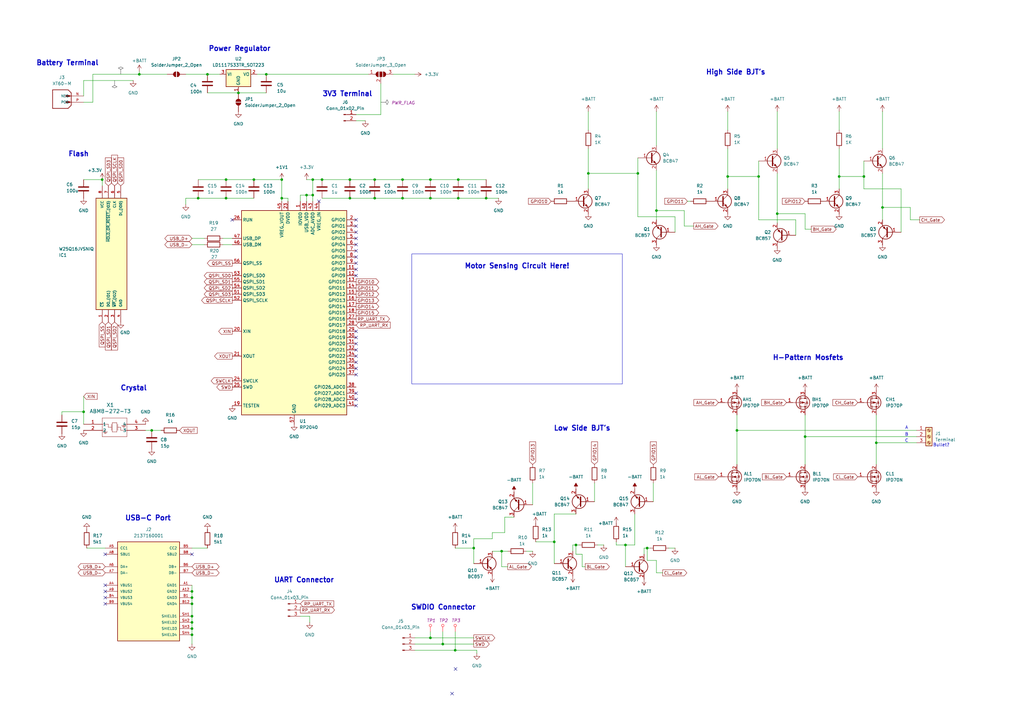
<source format=kicad_sch>
(kicad_sch (version 20231120) (generator "eeschema") (generator_version "8.0")
  (paper "A3")
  (title_block (title "SPROGEE_3_G2_ESC") (rev "0.1") (company "SDU"))
  (junction (at 115.57 73.66))
  (junction (at 269.24 86.36))
  (junction (at 132.08 73.66))
  (junction (at 205.74 226.06))
  (junction (at 62.23 176.53))
  (junction (at 181.61 264.16))
  (junction (at 236.22 223.52))
  (junction (at 165.1 81.28))
  (junction (at 199.39 81.28))
  (junction (at 354.33 72.39))
  (junction (at 78.74 255.27))
  (junction (at 165.1 73.66))
  (junction (at 57.15 30.48))
  (junction (at 194.31 224.79))
  (junction (at 81.28 81.28))
  (junction (at 153.67 73.66))
  (junction (at 109.22 30.48))
  (junction (at 92.71 81.28))
  (junction (at 344.17 72.39))
  (junction (at 115.57 81.28))
  (junction (at 227.33 222.25))
  (junction (at 34.29 168.91))
  (junction (at 187.96 73.66))
  (junction (at 78.74 260.35))
  (junction (at 143.51 73.66))
  (junction (at 265.43 224.79))
  (junction (at 298.45 72.39))
  (junction (at 261.62 71.12))
  (junction (at 311.15 72.39))
  (junction (at 241.3 71.12))
  (junction (at 176.53 73.66))
  (junction (at 97.79 38.1))
  (junction (at 92.71 73.66))
  (junction (at 256.54 223.52))
  (junction (at 359.41 181.61))
  (junction (at 128.27 73.66))
  (junction (at 330.2 179.07))
  (junction (at 104.14 73.66))
  (junction (at 78.74 257.81))
  (junction (at 187.96 81.28))
  (junction (at 153.67 81.28))
  (junction (at 41.91 73.66))
  (junction (at 176.53 261.62))
  (junction (at 186.69 266.7))
  (junction (at 78.74 245.11))
  (junction (at 143.51 81.28))
  (junction (at 78.74 247.65))
  (junction (at 302.26 176.53))
  (junction (at 85.09 30.48))
  (junction (at 78.74 252.73))
  (junction (at 176.53 81.28))
  (junction (at 78.74 242.57))
  (junction (at 128.27 80.01))
  (junction (at 125.73 80.01))
  (junction (at 361.95 85.09))
  (junction (at 318.77 87.63))
  (no_connect (at 146.05 95.25))
  (no_connect (at 43.18 247.65))
  (no_connect (at 43.18 240.03))
  (no_connect (at 43.18 227.33))
  (no_connect (at 146.05 140.97))
  (no_connect (at 146.05 166.37))
  (no_connect (at 146.05 151.13))
  (no_connect (at 146.05 146.05))
  (no_connect (at 146.05 100.33))
  (no_connect (at 130.81 82.55))
  (no_connect (at 146.05 135.89))
  (no_connect (at 43.18 245.11))
  (no_connect (at 146.05 153.67))
  (no_connect (at 78.74 227.33))
  (no_connect (at 146.05 105.41))
  (no_connect (at 43.18 242.57))
  (no_connect (at 146.05 102.87))
  (no_connect (at 146.05 113.03))
  (no_connect (at 186.8471 274.3812))
  (no_connect (at 146.05 110.49))
  (no_connect (at 146.05 90.17))
  (no_connect (at 146.05 148.59))
  (no_connect (at 146.05 163.83))
  (no_connect (at 95.25 90.17))
  (no_connect (at 146.05 143.51))
  (no_connect (at 185.42 284.48))
  (no_connect (at 146.05 161.29))
  (no_connect (at 146.05 92.71))
  (no_connect (at 146.05 107.95))
  (no_connect (at 146.05 97.79))
  (no_connect (at 146.05 138.43))
  (wire (pts (xy 76.2 81.28) (xy 81.28 81.28)))
  (wire (pts (xy 78.74 260.35) (xy 78.74 264.16)))
  (wire (pts (xy 115.57 73.66) (xy 115.57 81.28)))
  (wire (pts (xy 361.95 85.09) (xy 373.38 85.09)))
  (wire (pts (xy 143.51 81.28) (xy 153.67 81.28)))
  (wire (pts (xy 207.01 212.09) (xy 210.82 212.09)))
  (wire (pts (xy 234.95 223.52) (xy 234.95 226.06)))
  (wire (pts (xy 241.3 60.96) (xy 241.3 71.12)))
  (wire (pts (xy 170.18 266.7) (xy 186.69 266.7)))
  (wire (pts (xy 91.44 97.79) (xy 95.25 97.79)))
  (wire (pts (xy 318.77 87.63) (xy 318.77 91.44)))
  (wire (pts (xy 369.57 77.47) (xy 354.33 77.47)))
  (wire (pts (xy 264.16 224.79) (xy 265.43 224.79)))
  (wire (pts (xy 186.69 259.08) (xy 186.69 266.7)))
  (wire (pts (xy 241.3 71.12) (xy 241.3 77.47)))
  (wire (pts (xy 201.93 218.44) (xy 201.93 220.98)))
  (wire (pts (xy 267.97 198.12) (xy 267.97 205.74)))
  (wire (pts (xy 123.19 252.73) (xy 127 252.73)))
  (wire (pts (xy 78.74 255.27) (xy 78.74 257.81)))
  (wire (pts (xy 298.45 72.39) (xy 311.15 72.39)))
  (wire (pts (xy 205.74 226.06) (xy 205.74 232.41)))
  (wire (pts (xy 165.1 73.66) (xy 176.53 73.66)))
  (wire (pts (xy 236.22 227.33) (xy 238.76 227.33)))
  (wire (pts (xy 375.92 181.61) (xy 359.41 181.61)))
  (wire (pts (xy 201.93 218.44) (xy 207.01 218.44)))
  (wire (pts (xy 276.86 95.25) (xy 276.86 88.9)))
  (wire (pts (xy 302.26 176.53) (xy 302.26 190.5)))
  (wire (pts (xy 78.74 242.57) (xy 78.74 245.11)))
  (wire (pts (xy 245.11 223.52) (xy 247.65 223.52)))
  (wire (pts (xy 330.2 93.98) (xy 332.74 93.98)))
  (wire (pts (xy 78.74 245.11) (xy 78.74 247.65)))
  (wire (pts (xy 123.19 80.01) (xy 125.73 80.01)))
  (wire (pts (xy 195.58 266.7) (xy 195.58 267.97)))
  (wire (pts (xy 170.18 264.16) (xy 181.61 264.16)))
  (wire (pts (xy 57.15 30.48) (xy 68.58 30.48)))
  (wire (pts (xy 276.86 88.9) (xy 261.62 88.9)))
  (wire (pts (xy 238.76 227.33) (xy 238.76 232.41)))
  (wire (pts (xy 92.71 73.66) (xy 104.14 73.66)))
  (wire (pts (xy 81.28 81.28) (xy 92.71 81.28)))
  (wire (pts (xy 361.95 85.09) (xy 361.95 90.17)))
  (wire (pts (xy 269.24 234.95) (xy 271.78 234.95)))
  (wire (pts (xy 35.56 224.79) (xy 43.18 224.79)))
  (wire (pts (xy 269.24 229.87) (xy 269.24 234.95)))
  (wire (pts (xy 261.62 64.77) (xy 261.62 71.12)))
  (wire (pts (xy 78.74 247.65) (xy 78.74 252.73)))
  (wire (pts (xy 298.45 45.72) (xy 298.45 53.34)))
  (wire (pts (xy 207.01 218.44) (xy 207.01 212.09)))
  (wire (pts (xy 361.95 71.12) (xy 361.95 85.09)))
  (wire (pts (xy 264.16 224.79) (xy 264.16 227.33)))
  (wire (pts (xy 132.08 81.28) (xy 143.51 81.28)))
  (wire (pts (xy 34.29 41.91) (xy 38.1 41.91)))
  (wire (pts (xy 302.26 170.18) (xy 302.26 176.53)))
  (wire (pts (xy 337.82 82.55) (xy 336.55 82.55)))
  (wire (pts (xy 170.18 30.48) (xy 161.29 30.48)))
  (wire (pts (xy 330.2 170.18) (xy 330.2 179.07)))
  (wire (pts (xy 78.74 224.79) (xy 85.09 224.79)))
  (wire (pts (xy 298.45 72.39) (xy 298.45 77.47)))
  (wire (pts (xy 269.24 69.85) (xy 269.24 86.36)))
  (wire (pts (xy 186.69 224.79) (xy 194.31 224.79)))
  (wire (pts (xy 92.71 81.28) (xy 104.14 81.28)))
  (wire (pts (xy 41.91 73.66) (xy 41.91 76.2)))
  (wire (pts (xy 269.24 86.36) (xy 280.67 86.36)))
  (wire (pts (xy 187.96 73.66) (xy 199.39 73.66)))
  (wire (pts (xy 85.09 30.48) (xy 90.17 30.48)))
  (wire (pts (xy 34.29 33.02) (xy 54.61 33.02)))
  (wire (pts (xy 34.29 73.66) (xy 41.91 73.66)))
  (wire (pts (xy 344.17 45.72) (xy 344.17 53.34)))
  (wire (pts (xy 219.71 222.25) (xy 227.33 222.25)))
  (wire (pts (xy 176.53 259.08) (xy 176.53 261.62)))
  (wire (pts (xy 151.13 30.48) (xy 109.22 30.48)))
  (wire (pts (xy 261.62 71.12) (xy 241.3 71.12)))
  (wire (pts (xy 146.05 46.99) (xy 156.21 46.99)))
  (wire (pts (xy 85.09 38.1) (xy 97.79 38.1)))
  (wire (pts (xy 274.32 224.79) (xy 276.86 224.79)))
  (wire (pts (xy 127 252.73) (xy 127 255.27)))
  (wire (pts (xy 369.57 95.25) (xy 369.57 77.47)))
  (wire (pts (xy 281.94 82.55) (xy 283.21 82.55)))
  (wire (pts (xy 25.4 170.18) (xy 25.4 168.91)))
  (wire (pts (xy 243.84 198.12) (xy 243.84 205.74)))
  (wire (pts (xy 205.74 226.06) (xy 208.28 226.06)))
  (wire (pts (xy 318.77 87.63) (xy 330.2 87.63)))
  (wire (pts (xy 199.39 81.28) (xy 204.47 81.28)))
  (wire (pts (xy 125.73 80.01) (xy 128.27 80.01)))
  (wire (pts (xy 187.96 81.28) (xy 199.39 81.28)))
  (wire (pts (xy 241.3 45.72) (xy 241.3 53.34)))
  (wire (pts (xy 38.1 30.48) (xy 57.15 30.48)))
  (wire (pts (xy 354.33 77.47) (xy 354.33 72.39)))
  (wire (pts (xy 302.26 176.53) (xy 375.92 176.53)))
  (wire (pts (xy 25.4 168.91) (xy 34.29 168.91)))
  (wire (pts (xy 280.67 92.71) (xy 280.67 86.36)))
  (wire (pts (xy 298.45 60.96) (xy 298.45 72.39)))
  (wire (pts (xy 205.74 232.41) (xy 208.28 232.41)))
  (wire (pts (xy 344.17 72.39) (xy 354.33 72.39)))
  (wire (pts (xy 260.35 210.82) (xy 260.35 223.52)))
  (wire (pts (xy 123.19 82.55) (xy 123.19 80.01)))
  (wire (pts (xy 227.33 222.25) (xy 227.33 231.14)))
  (wire (pts (xy 194.31 220.98) (xy 194.31 224.79)))
  (wire (pts (xy 218.44 198.12) (xy 218.44 207.01)))
  (wire (pts (xy 260.35 223.52) (xy 256.54 223.52)))
  (wire (pts (xy 91.44 100.33) (xy 95.25 100.33)))
  (wire (pts (xy 176.53 73.66) (xy 187.96 73.66)))
  (wire (pts (xy 359.41 181.61) (xy 359.41 190.5)))
  (wire (pts (xy 146.05 49.53) (xy 149.86 49.53)))
  (wire (pts (xy 78.74 240.03) (xy 78.74 242.57)))
  (wire (pts (xy 176.53 81.28) (xy 187.96 81.28)))
  (wire (pts (xy 115.57 81.28) (xy 115.57 82.55)))
  (wire (pts (xy 238.76 232.41) (xy 240.03 232.41)))
  (wire (pts (xy 265.43 224.79) (xy 266.7 224.79)))
  (wire (pts (xy 156.21 46.99) (xy 156.21 34.29)))
  (wire (pts (xy 78.74 100.33) (xy 83.82 100.33)))
  (wire (pts (xy 165.1 81.28) (xy 176.53 81.28)))
  (wire (pts (xy 181.61 259.08) (xy 181.61 264.16)))
  (wire (pts (xy 318.77 45.72) (xy 318.77 60.96)))
  (wire (pts (xy 227.33 210.82) (xy 227.33 222.25)))
  (wire (pts (xy 105.41 30.48) (xy 109.22 30.48)))
  (wire (pts (xy 359.41 170.18) (xy 359.41 181.61)))
  (wire (pts (xy 256.54 223.52) (xy 256.54 232.41)))
  (wire (pts (xy 269.24 86.36) (xy 269.24 90.17)))
  (wire (pts (xy 326.39 90.17) (xy 311.15 90.17)))
  (wire (pts (xy 128.27 73.66) (xy 132.08 73.66)))
  (wire (pts (xy 330.2 87.63) (xy 330.2 93.98)))
  (wire (pts (xy 330.2 179.07) (xy 375.92 179.07)))
  (wire (pts (xy 361.95 45.72) (xy 361.95 60.96)))
  (wire (pts (xy 373.38 85.09) (xy 373.38 90.17)))
  (wire (pts (xy 76.2 30.48) (xy 85.09 30.48)))
  (wire (pts (xy 236.22 210.82) (xy 227.33 210.82)))
  (wire (pts (xy 215.9 226.06) (xy 218.44 226.06)))
  (wire (pts (xy 186.69 266.7) (xy 195.58 266.7)))
  (wire (pts (xy 236.22 223.52) (xy 237.49 223.52)))
  (wire (pts (xy 318.77 71.12) (xy 318.77 87.63)))
  (wire (pts (xy 153.67 73.66) (xy 165.1 73.66)))
  (wire (pts (xy 284.48 92.71) (xy 280.67 92.71)))
  (wire (pts (xy 234.95 223.52) (xy 236.22 223.52)))
  (wire (pts (xy 194.31 224.79) (xy 194.31 231.14)))
  (wire (pts (xy 265.43 229.87) (xy 269.24 229.87)))
  (wire (pts (xy 252.73 223.52) (xy 252.73 222.25)))
  (wire (pts (xy 62.23 176.53) (xy 66.04 176.53)))
  (wire (pts (xy 38.1 41.91) (xy 38.1 30.48)))
  (wire (pts (xy 34.29 162.56) (xy 34.29 168.91)))
  (wire (pts (xy 256.54 223.52) (xy 252.73 223.52)))
  (wire (pts (xy 354.33 66.04) (xy 354.33 72.39)))
  (wire (pts (xy 153.67 81.28) (xy 165.1 81.28)))
  (wire (pts (xy 97.79 38.1) (xy 109.22 38.1)))
  (wire (pts (xy 170.18 261.62) (xy 176.53 261.62)))
  (wire (pts (xy 34.29 39.37) (xy 34.29 33.02)))
  (wire (pts (xy 236.22 223.52) (xy 236.22 227.33)))
  (wire (pts (xy 118.11 82.55) (xy 118.11 81.28)))
  (wire (pts (xy 57.15 30.48) (xy 57.15 29.21)))
  (wire (pts (xy 181.61 264.16) (xy 194.31 264.16)))
  (wire (pts (xy 311.15 66.04) (xy 311.15 72.39)))
  (wire (pts (xy 326.39 96.52) (xy 326.39 90.17)))
  (wire (pts (xy 143.51 73.66) (xy 153.67 73.66)))
  (wire (pts (xy 128.27 73.66) (xy 128.27 80.01)))
  (wire (pts (xy 176.53 261.62) (xy 194.31 261.62)))
  (wire (pts (xy 104.14 73.66) (xy 115.57 73.66)))
  (wire (pts (xy 125.73 73.66) (xy 128.27 73.66)))
  (wire (pts (xy 125.73 80.01) (xy 125.73 82.55)))
  (wire (pts (xy 76.2 83.82) (xy 76.2 81.28)))
  (wire (pts (xy 201.93 226.06) (xy 205.74 226.06)))
  (wire (pts (xy 81.28 73.66) (xy 92.71 73.66)))
  (wire (pts (xy 330.2 179.07) (xy 330.2 190.5)))
  (wire (pts (xy 311.15 72.39) (xy 311.15 90.17)))
  (wire (pts (xy 59.69 176.53) (xy 62.23 176.53)))
  (wire (pts (xy 373.38 90.17) (xy 377.19 90.17)))
  (wire (pts (xy 132.08 73.66) (xy 143.51 73.66)))
  (wire (pts (xy 265.43 224.79) (xy 265.43 229.87)))
  (wire (pts (xy 269.24 45.72) (xy 269.24 59.69)))
  (wire (pts (xy 201.93 220.98) (xy 194.31 220.98)))
  (wire (pts (xy 128.27 80.01) (xy 128.27 82.55)))
  (wire (pts (xy 34.29 168.91) (xy 34.29 173.99)))
  (wire (pts (xy 78.74 257.81) (xy 78.74 260.35)))
  (wire (pts (xy 118.11 81.28) (xy 115.57 81.28)))
  (wire (pts (xy 78.74 252.73) (xy 78.74 255.27)))
  (wire (pts (xy 344.17 72.39) (xy 344.17 77.47)))
  (wire (pts (xy 344.17 60.96) (xy 344.17 72.39)))
  (wire (pts (xy 261.62 71.12) (xy 261.62 88.9)))
  (wire (pts (xy 78.74 97.79) (xy 83.82 97.79)))
  (rectangle (start 168.91 104.14) (end 255.27 157.48))
  (text "Motor Sensing Circuit Here!\n" (at 212.09 109.22 0) (effects (font (size 2.032 2.032) (thickness 0.4064) (bold yes))))
  (text "High Side BJT's" (at 301.752 29.718 0) (effects (font (size 2.032 2.032) (thickness 0.4064) (bold yes))))
  (text "SWDIO Connector\n" (at 181.864 249.174 0) (effects (font (size 2.032 2.032) (thickness 0.4064) (bold yes))))
  (text "A\n" (at 371.856 175.514 0) (effects (font (size 1.27 1.27))))
  (text "Low Side BJT's" (at 238.76 175.768 0) (effects (font (size 2.032 2.032) (thickness 0.4064) (bold yes))))
  (text "Power Regulator\n" (at 98.298 20.066 0) (effects (font (size 2.032 2.032) (thickness 0.4064) (bold yes))))
  (text "UART Connector\n" (at 124.714 237.998 0) (effects (font (size 2.032 2.032) (thickness 0.4064) (bold yes))))
  (text "USB-C Port\n" (at 60.706 212.598 0) (effects (font (size 2.032 2.032) (thickness 0.4064) (bold yes))))
  (text "H-Pattern Mosfets\n" (at 331.47 146.812 0) (effects (font (size 2.032 2.032) (thickness 0.4064) (bold yes))))
  (text "Crystal\n" (at 54.864 159.258 0) (effects (font (size 2.032 2.032) (thickness 0.4064) (bold yes))))
  (text "Bullet?\n" (at 386.08 182.626 0) (effects (font (size 1.27 1.27))))
  (text "3V3 Terminal\n" (at 142.494 38.608 0) (effects (font (size 2.032 2.032) (thickness 0.4064) (bold yes))))
  (text "Flash\n" (at 32.258 63.246 0) (effects (font (size 2.032 2.032) (thickness 0.4064) (bold yes))))
  (text "B" (at 371.856 178.308 0) (effects (font (size 1.27 1.27))))
  (text "C\n" (at 371.856 180.848 0) (effects (font (size 1.27 1.27))))
  (text "Battery Terminal\n" (at 27.686 25.908 0) (effects (font (size 2.032 2.032) (thickness 0.4064) (bold yes))))
  (global_label "XOUT" (shape output) (at 95.25 146.05 180) (property "Intersheetrefs" "${INTERSHEET_REFS}" (effects (hide yes))))
  (global_label "USB_D-" (shape bidirectional) (at 78.74 100.33 180) (property "Intersheetrefs" "${INTERSHEET_REFS}" (effects (hide yes))))
  (global_label "BH_Gate" (shape output) (at 332.74 93.98 0) (property "Intersheetrefs" "${INTERSHEET_REFS}" (effects (hide yes))))
  (global_label "GPIO12" (shape output) (at 146.05 120.65 0) (property "Intersheetrefs" "${INTERSHEET_REFS}" (effects (hide yes))))
  (global_label "GPIO15" (shape output) (at 146.05 128.27 0) (property "Intersheetrefs" "${INTERSHEET_REFS}" (effects (hide yes))))
  (global_label "SWD" (shape output) (at 194.31 264.16 0) (property "Intersheetrefs" "${INTERSHEET_REFS}" (effects (hide yes))))
  (global_label "GPIO10" (shape input) (at 226.06 82.55 180) (property "Intersheetrefs" "${INTERSHEET_REFS}" (effects (hide yes))))
  (global_label "RP_UART_TX" (shape output) (at 146.05 130.81 0) (property "Intersheetrefs" "${INTERSHEET_REFS}" (effects (hide yes))))
  (global_label "GPIO14" (shape input) (at 243.84 190.5 90) (property "Intersheetrefs" "${INTERSHEET_REFS}" (effects (hide yes))))
  (global_label "SWD" (shape output) (at 95.25 158.75 180) (property "Intersheetrefs" "${INTERSHEET_REFS}" (effects (hide yes))))
  (global_label "SWCLK" (shape output) (at 95.25 156.21 180) (property "Intersheetrefs" "${INTERSHEET_REFS}" (effects (hide yes))))
  (global_label "GPIO14" (shape output) (at 146.05 125.73 0) (property "Intersheetrefs" "${INTERSHEET_REFS}" (effects (hide yes))))
  (global_label "QSPI_SD0" (shape output) (at 95.25 113.03 180) (property "Intersheetrefs" "${INTERSHEET_REFS}" (effects (hide yes))))
  (global_label "CH_Gate" (shape output) (at 377.19 90.17 0) (property "Intersheetrefs" "${INTERSHEET_REFS}" (effects (hide yes))))
  (global_label "BL_Gate" (shape output) (at 240.03 232.41 0) (property "Intersheetrefs" "${INTERSHEET_REFS}" (effects (hide yes))))
  (global_label "SWCLK" (shape output) (at 194.31 261.62 0) (property "Intersheetrefs" "${INTERSHEET_REFS}" (effects (hide yes))))
  (global_label "CL_Gate" (shape input) (at 351.79 195.58 180) (property "Intersheetrefs" "${INTERSHEET_REFS}" (effects (hide yes))))
  (global_label "CH_Gate" (shape input) (at 351.79 165.1 180) (property "Intersheetrefs" "${INTERSHEET_REFS}" (effects (hide yes))))
  (global_label "QSPI_SD2" (shape output) (at 95.25 118.11 180) (property "Intersheetrefs" "${INTERSHEET_REFS}" (effects (hide yes))))
  (global_label "XOUT" (shape input) (at 73.66 176.53 0) (property "Intersheetrefs" "${INTERSHEET_REFS}" (effects (hide yes))))
  (global_label "RP_UART_RX" (shape input) (at 146.05 133.35 0) (property "Intersheetrefs" "${INTERSHEET_REFS}" (effects (hide yes))))
  (global_label "RP_UART_RX" (shape output) (at 123.19 250.19 0) (property "Intersheetrefs" "${INTERSHEET_REFS}" (effects (hide yes))))
  (global_label "QSPI_SD1" (shape output) (at 95.25 115.57 180) (property "Intersheetrefs" "${INTERSHEET_REFS}" (effects (hide yes))))
  (global_label "QSPI_SD3" (shape input) (at 44.45 76.2 90) (property "Intersheetrefs" "${INTERSHEET_REFS}" (effects (hide yes))))
  (global_label "USB_D+" (shape bidirectional) (at 43.18 232.41 180) (property "Intersheetrefs" "${INTERSHEET_REFS}" (effects (hide yes))))
  (global_label "GPIO11" (shape input) (at 281.94 82.55 180) (property "Intersheetrefs" "${INTERSHEET_REFS}" (effects (hide yes))))
  (global_label "AL_Gate" (shape output) (at 208.28 232.41 0) (property "Intersheetrefs" "${INTERSHEET_REFS}" (effects (hide yes))))
  (global_label "XIN" (shape output) (at 95.25 135.89 180) (property "Intersheetrefs" "${INTERSHEET_REFS}" (effects (hide yes))))
  (global_label "CL_Gate" (shape output) (at 271.78 234.95 0) (property "Intersheetrefs" "${INTERSHEET_REFS}" (effects (hide yes))))
  (global_label "GPIO11" (shape output) (at 146.05 118.11 0) (property "Intersheetrefs" "${INTERSHEET_REFS}" (effects (hide yes))))
  (global_label "USB_D+" (shape bidirectional) (at 78.74 232.41 0) (property "Intersheetrefs" "${INTERSHEET_REFS}" (effects (hide yes))))
  (global_label "USB_D+" (shape bidirectional) (at 78.74 97.79 180) (property "Intersheetrefs" "${INTERSHEET_REFS}" (effects (hide yes))))
  (global_label "QSPI_SCLK" (shape input) (at 46.99 76.2 90) (property "Intersheetrefs" "${INTERSHEET_REFS}" (effects (hide yes))))
  (global_label "RP_UART_TX" (shape input) (at 123.19 247.65 0) (property "Intersheetrefs" "${INTERSHEET_REFS}" (effects (hide yes))))
  (global_label "USB_D-" (shape bidirectional) (at 78.74 234.95 0) (property "Intersheetrefs" "${INTERSHEET_REFS}" (effects (hide yes))))
  (global_label "BL_Gate" (shape input) (at 322.58 195.58 180) (property "Intersheetrefs" "${INTERSHEET_REFS}" (effects (hide yes))))
  (global_label "GPIO13" (shape output) (at 146.05 123.19 0) (property "Intersheetrefs" "${INTERSHEET_REFS}" (effects (hide yes))))
  (global_label "QSPI_SD2" (shape input) (at 46.99 132.08 270) (property "Intersheetrefs" "${INTERSHEET_REFS}" (effects (hide yes))))
  (global_label "AH_Gate" (shape output) (at 284.48 92.71 0) (property "Intersheetrefs" "${INTERSHEET_REFS}" (effects (hide yes))))
  (global_label "USB_D-" (shape bidirectional) (at 43.18 234.95 180) (property "Intersheetrefs" "${INTERSHEET_REFS}" (effects (hide yes))))
  (global_label "QSPI_SD0" (shape input) (at 49.53 76.2 90) (property "Intersheetrefs" "${INTERSHEET_REFS}" (effects (hide yes))))
  (global_label "GPIO10" (shape output) (at 146.05 115.57 0) (effects (font (thickness 0.1588))) (property "Intersheetrefs" "${INTERSHEET_REFS}" (effects (hide yes))))
  (global_label "QSPI_SD1" (shape input) (at 44.45 132.08 270) (property "Intersheetrefs" "${INTERSHEET_REFS}" (effects (hide yes))))
  (global_label "QSPI_SD3" (shape output) (at 95.25 120.65 180) (property "Intersheetrefs" "${INTERSHEET_REFS}" (effects (hide yes))))
  (global_label "BH_Gate" (shape input) (at 322.58 165.1 180) (property "Intersheetrefs" "${INTERSHEET_REFS}" (effects (hide yes))))
  (global_label "GPIO12" (shape input) (at 330.2 82.55 180) (property "Intersheetrefs" "${INTERSHEET_REFS}" (effects (hide yes))))
  (global_label "QSPI_SS" (shape input) (at 41.91 132.08 270) (property "Intersheetrefs" "${INTERSHEET_REFS}" (effects (hide yes))))
  (global_label "GPIO13" (shape input) (at 218.44 190.5 90) (property "Intersheetrefs" "${INTERSHEET_REFS}" (effects (hide yes))))
  (global_label "AH_Gate" (shape input) (at 294.64 165.1 180) (property "Intersheetrefs" "${INTERSHEET_REFS}" (effects (hide yes))))
  (global_label "QSPI_SS" (shape output) (at 95.25 107.95 180) (property "Intersheetrefs" "${INTERSHEET_REFS}" (effects (hide yes))))
  (global_label "XIN" (shape input) (at 34.29 162.56 0) (property "Intersheetrefs" "${INTERSHEET_REFS}" (effects (hide yes))))
  (global_label "GPIO15" (shape input) (at 267.97 190.5 90) (property "Intersheetrefs" "${INTERSHEET_REFS}" (effects (hide yes))))
  (global_label "AL_Gate" (shape input) (at 294.64 195.58 180) (property "Intersheetrefs" "${INTERSHEET_REFS}" (effects (hide yes))))
  (global_label "QSPI_SCLK" (shape output) (at 95.25 123.19 180) (property "Intersheetrefs" "${INTERSHEET_REFS}" (effects (hide yes))))
  (netclass_flag "" (length 2.54) (shape round) (at 186.69 259.08 0) (property "Netclass" "TP3" (at 185.166 254.508 0) (effects (font (italic yes)) (justify left))))
  (netclass_flag "" (length 2.54) (shape diamond) (at 156.21 41.91 270) (property "Netclass" "PWR_FLAG" (at 160.528 42.164 0) (effects (font (italic yes)) (justify left))))
  (netclass_flag "" (length 2.54) (shape round) (at 176.53 259.08 0) (property "Netclass" "TP1" (at 175.006 254.508 0) (effects (font (italic yes)) (justify left))))
  (netclass_flag "" (length 2.54) (shape diamond) (at 49.53 30.48 0) (property "Netclass" "PWR_FLAG" (effects (hide yes))))
  (netclass_flag "" (length 2.54) (shape diamond) (at 46.99 33.02 180) (property "Netclass" "PWR_FLAG" (effects (hide yes))))
  (netclass_flag "" (length 2.54) (shape round) (at 181.61 259.08 0) (property "Netclass" "TP2" (at 180.086 254.508 0) (effects (font (italic yes)) (justify left))))
  (symbol (lib_id "power:GND") (at 78.74 264.16 0) (unit 1)
    (property "Reference" "#PWR047" (effects (hide yes)))
    (property "Value" "GND" (at 78.74 269.24 0))
    (property "Description" "Power symbol creates a global label with name \"GND\" , ground" (effects (hide yes)))
  )
  (symbol (lib_id "Device:C") (at 176.53 77.47 0) (unit 1)
    (property "Reference" "C10" (at 180.34 76.1999 0) (effects (justify left)))
    (property "Value" "100n" (at 180.34 78.7399 0) (effects (justify left)))
    (property "Footprint" "Capacitor_SMD:C_0805_2012Metric" (effects (hide yes)))
    (property "Description" "Unpolarized capacitor" (effects (hide yes)))
  )
  (symbol (lib_id "power:+BATT") (at 264.16 237.49 180) (unit 1)
    (property "Reference" "#PWR021" (effects (hide yes)))
    (property "Value" "+BATT" (at 264.16 242.57 0))
    (property "Description" "Power symbol creates a global label with name \"+BATT\"" (effects (hide yes)))
  )
  (symbol (lib_id "Transistor_BJT:BC847") (at 359.41 66.04 0) (unit 1)
    (property "Reference" "Q6" (at 364.49 64.7699 0) (effects (justify left)))
    (property "Value" "BC847" (at 364.49 67.3099 0) (effects (justify left)))
    (property "Footprint" "Package_TO_SOT_SMD:SOT-23" (effects (hide yes)))
    (property "Datasheet" "http://www.infineon.com/dgdl/Infineon-BC847SERIES_BC848SERIES_BC849SERIES_BC850SERIES-DS-v01_01-en.pdf?fileId=db3a304314dca389011541d4630a1657" (effects (hide yes)))
    (property "Description" "0.1A Ic, 45V Vce, NPN Transistor, SOT-23" (effects (hide yes)))
  )
  (symbol (lib_id "Device:R") (at 287.02 82.55 90) (unit 1)
    (property "Reference" "R2" (at 287.02 76.2 90))
    (property "Value" "1k" (at 287.02 78.74 90))
    (property "Footprint" "Resistor_SMD:R_0805_2012Metric" (effects (hide yes)))
    (property "Description" "Resistor" (effects (hide yes)))
  )
  (symbol (lib_id "Transistor_BJT:BC847") (at 316.23 66.04 0) (unit 1)
    (property "Reference" "Q5" (at 321.31 64.7699 0) (effects (justify left)))
    (property "Value" "BC847" (at 321.31 67.3099 0) (effects (justify left)))
    (property "Footprint" "Package_TO_SOT_SMD:SOT-23" (effects (hide yes)))
    (property "Datasheet" "http://www.infineon.com/dgdl/Infineon-BC847SERIES_BC848SERIES_BC849SERIES_BC850SERIES-DS-v01_01-en.pdf?fileId=db3a304314dca389011541d4630a1657" (effects (hide yes)))
    (property "Description" "0.1A Ic, 45V Vce, NPN Transistor, SOT-23" (effects (hide yes)))
  )
  (symbol (lib_id "power:GND") (at 330.2 200.66 0) (unit 1)
    (property "Reference" "#PWR017" (effects (hide yes)))
    (property "Value" "GND" (at 330.2 205.74 0))
    (property "Description" "Power symbol creates a global label with name \"GND\" , ground" (effects (hide yes)))
  )
  (symbol (lib_id "Transistor_BJT:BC847") (at 341.63 82.55 0) (unit 1)
    (property "Reference" "Q9" (at 346.71 81.2799 0) (effects (justify left)))
    (property "Value" "BC847" (at 346.71 83.8199 0) (effects (justify left)))
    (property "Footprint" "Package_TO_SOT_SMD:SOT-23" (effects (hide yes)))
    (property "Datasheet" "http://www.infineon.com/dgdl/Infineon-BC847SERIES_BC848SERIES_BC849SERIES_BC850SERIES-DS-v01_01-en.pdf?fileId=db3a304314dca389011541d4630a1657" (effects (hide yes)))
    (property "Description" "0.1A Ic, 45V Vce, NPN Transistor, SOT-23" (effects (hide yes)))
  )
  (symbol (lib_id "power:+BATT") (at 344.17 45.72 0) (unit 1)
    (property "Reference" "#PWR07" (effects (hide yes)))
    (property "Value" "+BATT" (at 344.17 40.64 0))
    (property "Description" "Power symbol creates a global label with name \"+BATT\"" (effects (hide yes)))
  )
  (symbol (lib_id "Device:R") (at 298.45 57.15 0) (unit 1)
    (property "Reference" "R5" (at 300.99 55.8799 0) (effects (justify left)))
    (property "Value" "1K" (at 300.99 58.4199 0) (effects (justify left)))
    (property "Footprint" "Resistor_SMD:R_0805_2012Metric" (effects (hide yes)))
    (property "Description" "Resistor" (effects (hide yes)))
  )
  (symbol (lib_id "power:+3.3V") (at 170.18 30.48 270) (unit 1)
    (property "Reference" "#PWR042" (effects (hide yes)))
    (property "Value" "+3.3V" (at 173.99 30.4799 90) (effects (justify left)))
    (property "Description" "Power symbol creates a global label with name \"+3.3V\"" (effects (hide yes)))
  )
  (symbol (lib_id "power:GND") (at 149.86 49.53 0) (unit 1)
    (property "Reference" "#PWR049" (effects (hide yes)))
    (property "Value" "GND" (at 149.86 54.61 0))
    (property "Description" "Power symbol creates a global label with name \"GND\" , ground" (effects (hide yes)))
  )
  (symbol (lib_id "power:+BATT") (at 234.95 236.22 180) (unit 1)
    (property "Reference" "#PWR020" (effects (hide yes)))
    (property "Value" "+BATT" (at 234.95 241.3 0))
    (property "Description" "Power symbol creates a global label with name \"+BATT\"" (effects (hide yes)))
  )
  (symbol (lib_id "Device:Q_PMOS_GSD") (at 299.72 165.1 0) (unit 1)
    (property "Reference" "AH1" (at 304.546 163.83 0) (effects (justify left)))
    (property "Value" "IPD70P" (at 304.546 166.37 0) (effects (justify left)))
    (property "Footprint" "SPROGEE3:IPD70P04P4L08ATMA2" (effects (hide yes)))
    (property "Description" "P-MOSFET transistor, gate/source/drain" (effects (hide yes)))
  )
  (symbol (lib_id "Device:C") (at 199.39 77.47 0) (unit 1)
    (property "Reference" "C12" (at 203.2 76.1999 0) (effects (justify left)))
    (property "Value" "100n" (at 203.2 78.7399 0) (effects (justify left)))
    (property "Footprint" "Capacitor_SMD:C_0805_2012Metric" (effects (hide yes)))
    (property "Description" "Unpolarized capacitor" (effects (hide yes)))
  )
  (symbol (lib_id "power:GND") (at 204.47 81.28 0) (unit 1)
    (property "Reference" "#PWR02" (effects (hide yes)))
    (property "Value" "GND" (at 204.47 86.36 0))
    (property "Description" "Power symbol creates a global label with name \"GND\" , ground" (effects (hide yes)))
  )
  (symbol (lib_id "Device:R") (at 85.09 220.98 0) (unit 1)
    (property "Reference" "R18" (at 87.63 219.7099 0) (effects (justify left)))
    (property "Value" "5k1" (at 87.63 222.2499 0) (effects (justify left)))
    (property "Footprint" "Resistor_SMD:R_0805_2012Metric" (effects (hide yes)))
    (property "Description" "Resistor" (effects (hide yes)))
  )
  (symbol (lib_id "Device:C") (at 104.14 77.47 0) (unit 1)
    (property "Reference" "C13" (at 107.95 76.1999 0) (effects (justify left)))
    (property "Value" "100n" (at 107.95 78.7399 0) (effects (justify left)))
    (property "Footprint" "Capacitor_SMD:C_0805_2012Metric" (effects (hide yes)))
    (property "Description" "Unpolarized capacitor" (effects (hide yes)))
  )
  (symbol (lib_id "power:GND") (at 298.45 87.63 0) (unit 1)
    (property "Reference" "#PWR043" (effects (hide yes)))
    (property "Value" "GND" (at 298.45 92.71 0))
    (property "Description" "Power symbol creates a global label with name \"GND\" , ground" (effects (hide yes)))
  )
  (symbol (lib_id "power:+BATT") (at 318.77 45.72 0) (unit 1)
    (property "Reference" "#PWR08" (effects (hide yes)))
    (property "Value" "+BATT" (at 318.77 40.64 0))
    (property "Description" "Power symbol creates a global label with name \"+BATT\"" (effects (hide yes)))
  )
  (symbol (lib_id "power:GND") (at 97.79 45.72 0) (unit 1)
    (property "Reference" "#PWR041" (effects (hide yes)))
    (property "Value" "GND" (at 97.79 50.8 0))
    (property "Description" "Power symbol creates a global label with name \"GND\" , ground" (effects (hide yes)))
  )
  (symbol (lib_id "2024-11-18_13-43-50:ABM8-272-T3") (at 34.29 173.99 0) (unit 1)
    (property "Reference" "X1" (at 45.212 166.116 0) (effects (font (size 1.524 1.524))))
    (property "Value" "ABM8-272-T3" (at 45.212 168.656 0) (effects (font (size 1.524 1.524))))
    (property "Footprint" "Library:ABM8-272-T3_ABR" (effects (hide yes)))
    (property "Datasheet" "ABM8-272-T3" (effects (hide yes)))
  )
  (symbol (lib_id "power:+BATT") (at 359.41 160.02 0) (unit 1)
    (property "Reference" "#PWR012" (effects (hide yes)))
    (property "Value" "+BATT" (at 359.41 154.94 0))
    (property "Description" "Power symbol creates a global label with name \"+BATT\"" (effects (hide yes)))
  )
  (symbol (lib_id "Device:C") (at 187.96 77.47 0) (unit 1)
    (property "Reference" "C11" (at 191.77 76.1999 0) (effects (justify left)))
    (property "Value" "100n" (at 191.77 78.7399 0) (effects (justify left)))
    (property "Footprint" "Capacitor_SMD:C_0805_2012Metric" (effects (hide yes)))
    (property "Description" "Unpolarized capacitor" (effects (hide yes)))
  )
  (symbol (lib_id "Device:R") (at 69.85 176.53 90) (unit 1)
    (property "Reference" "R16" (at 69.85 170.18 90))
    (property "Value" "1k" (at 69.85 172.72 90))
    (property "Footprint" "Resistor_SMD:R_0805_2012Metric" (effects (hide yes)))
    (property "Description" "Resistor" (effects (hide yes)))
  )
  (symbol (lib_id "Connector:Screw_Terminal_01x03") (at 381 179.07 0) (unit 1)
    (property "Reference" "J1" (at 383.54 177.7999 0) (effects (justify left)))
    (property "Value" "Terminal" (at 383.54 180.3399 0) (effects (justify left)))
    (property "Footprint" "TerminalBlock:TerminalBlock_Altech_AK300-3_P5.00mm" (effects (hide yes)))
    (property "Description" "Generic screw terminal, single row, 01x03, script generated (kicad-library-utils/schlib/autogen/connector/)" (effects (hide yes)))
  )
  (symbol (lib_id "power:GND") (at 34.29 81.28 0) (unit 1)
    (property "Reference" "#PWR031" (effects (hide yes)))
    (property "Value" "GND" (at 34.29 86.36 0))
    (property "Description" "Power symbol creates a global label with name \"GND\" , ground" (effects (hide yes)))
  )
  (symbol (lib_id "Jumper:SolderJumper_2_Open") (at 72.39 30.48 180) (unit 1) (exclude_from_sim yes) (in_bom no)
    (property "Reference" "JP2" (at 72.39 24.13 0))
    (property "Value" "SolderJumper_2_Open" (at 72.39 26.67 0))
    (property "Footprint" "Jumper:SolderJumper-2_P1.3mm_Open_RoundedPad1.0x1.5mm" (effects (hide yes)))
    (property "Description" "Solder Jumper, 2-pole, open" (effects (hide yes)))
  )
  (symbol (lib_id "Device:C") (at 85.09 34.29 0) (unit 1)
    (property "Reference" "C4" (at 77.978 35.052 0) (effects (justify left)))
    (property "Value" "100n" (at 77.978 37.592 0) (effects (justify left)))
    (property "Footprint" "Capacitor_SMD:C_0805_2012Metric" (effects (hide yes)))
    (property "Description" "Unpolarized capacitor" (effects (hide yes)))
  )
  (symbol (lib_id "power:GND") (at 49.53 132.08 0) (unit 1)
    (property "Reference" "#PWR032" (effects (hide yes)))
    (property "Value" "GND" (at 51.308 136.398 0))
    (property "Description" "Power symbol creates a global label with name \"GND\" , ground" (effects (hide yes)))
  )
  (symbol (lib_id "power:GND") (at 247.65 223.52 0) (unit 1)
    (property "Reference" "#PWR026" (effects (hide yes)))
    (property "Value" "GND" (at 247.65 228.6 0))
    (property "Description" "Power symbol creates a global label with name \"GND\" , ground" (effects (hide yes)))
  )
  (symbol (lib_id "Device:R") (at 344.17 57.15 0) (unit 1)
    (property "Reference" "R6" (at 346.71 55.8799 0) (effects (justify left)))
    (property "Value" "1K" (at 346.71 58.4199 0) (effects (justify left)))
    (property "Footprint" "Resistor_SMD:R_0805_2012Metric" (effects (hide yes)))
    (property "Description" "Resistor" (effects (hide yes)))
  )
  (symbol (lib_id "Device:R") (at 267.97 194.31 0) (unit 1)
    (property "Reference" "R9" (at 270.51 193.0399 0) (effects (justify left)))
    (property "Value" "1k" (at 270.51 195.5799 0) (effects (justify left)))
    (property "Footprint" "Resistor_SMD:R_0805_2012Metric" (effects (hide yes)))
    (property "Description" "Resistor" (effects (hide yes)))
  )
  (symbol (lib_id "power:GND") (at 54.61 33.02 0) (unit 1)
    (property "Reference" "#PWR01" (effects (hide yes)))
    (property "Value" "GND" (at 54.61 38.1 0))
    (property "Description" "Power symbol creates a global label with name \"GND\" , ground" (effects (hide yes)))
  )
  (symbol (lib_id "power:GND") (at 34.29 176.53 0) (unit 1)
    (property "Reference" "#PWR033" (effects (hide yes)))
    (property "Value" "GND" (at 34.29 181.61 0))
    (property "Description" "Power symbol creates a global label with name \"GND\" , ground" (effects (hide yes)))
  )
  (symbol (lib_id "Transistor_BJT:BC857") (at 271.78 95.25 180) (unit 1)
    (property "Reference" "Q1" (at 266.7 93.9799 0) (effects (justify left)))
    (property "Value" "BC857" (at 266.7 96.5199 0) (effects (justify left)))
    (property "Footprint" "Package_TO_SOT_SMD:SOT-23" (effects (hide yes)))
    (property "Datasheet" "https://www.onsemi.com/pub/Collateral/BC860-D.pdf" (effects (hide yes)))
    (property "Description" "0.1A Ic, 45V Vce, PNP Transistor, SOT-23" (effects (hide yes)))
  )
  (symbol (lib_id "power:+BATT") (at 186.69 217.17 0) (unit 1)
    (property "Reference" "#PWR028" (effects (hide yes)))
    (property "Value" "+BATT" (at 186.69 212.09 0))
    (property "Description" "Power symbol creates a global label with name \"+BATT\"" (effects (hide yes)))
  )
  (symbol (lib_id "Transistor_BJT:BC847") (at 213.36 207.01 180) (unit 1)
    (property "Reference" "Q13" (at 208.28 205.7399 0) (effects (justify left)))
    (property "Value" "BC847" (at 208.28 208.2799 0) (effects (justify left)))
    (property "Footprint" "Package_TO_SOT_SMD:SOT-23" (effects (hide yes)))
    (property "Datasheet" "http://www.infineon.com/dgdl/Infineon-BC847SERIES_BC848SERIES_BC849SERIES_BC850SERIES-DS-v01_01-en.pdf?fileId=db3a304314dca389011541d4630a1657" (effects (hide yes)))
    (property "Description" "0.1A Ic, 45V Vce, NPN Transistor, SOT-23" (effects (hide yes)))
  )
  (symbol (lib_id "Transistor_BJT:BC857") (at 199.39 231.14 0) (unit 1)
    (property "Reference" "Q10" (at 191.77 233.934 0) (effects (justify left)))
    (property "Value" "BC857" (at 191.77 236.474 0) (effects (justify left)))
    (property "Footprint" "Package_TO_SOT_SMD:SOT-23" (effects (hide yes)))
    (property "Datasheet" "https://www.onsemi.com/pub/Collateral/BC860-D.pdf" (effects (hide yes)))
    (property "Description" "0.1A Ic, 45V Vce, PNP Transistor, SOT-23" (effects (hide yes)))
  )
  (symbol (lib_id "power:+1V1") (at 115.57 73.66 0) (unit 1)
    (property "Reference" "#PWR053" (effects (hide yes)))
    (property "Value" "+1V1" (at 115.57 68.58 0))
    (property "Description" "Power symbol creates a global label with name \"+1V1\"" (effects (hide yes)))
  )
  (symbol (lib_id "Device:C") (at 25.4 173.99 0) (unit 1)
    (property "Reference" "C7" (at 29.21 172.7199 0) (effects (justify left)))
    (property "Value" "15p" (at 29.21 175.2599 0) (effects (justify left)))
    (property "Footprint" "Capacitor_SMD:C_0805_2012Metric" (effects (hide yes)))
    (property "Description" "Unpolarized capacitor" (effects (hide yes)))
  )
  (symbol (lib_id "Device:R") (at 186.69 220.98 0) (unit 1)
    (property "Reference" "R14" (at 189.23 219.7099 0) (effects (justify left)))
    (property "Value" "1k" (at 189.23 222.2499 0) (effects (justify left)))
    (property "Footprint" "Resistor_SMD:R_0805_2012Metric" (effects (hide yes)))
    (property "Description" "Resistor" (effects (hide yes)))
  )
  (symbol (lib_id "power:+BATT") (at 201.93 236.22 180) (unit 1)
    (property "Reference" "#PWR019" (effects (hide yes)))
    (property "Value" "+BATT" (at 201.93 241.3 0))
    (property "Description" "Power symbol creates a global label with name \"+BATT\"" (effects (hide yes)))
  )
  (symbol (lib_id "Device:R") (at 87.63 97.79 90) (unit 1)
    (property "Reference" "R19" (at 87.63 91.44 90))
    (property "Value" "27" (at 87.63 93.98 90))
    (property "Footprint" "Resistor_SMD:R_0805_2012Metric" (effects (hide yes)))
    (property "Description" "Resistor" (effects (hide yes)))
  )
  (symbol (lib_id "Device:R") (at 252.73 218.44 0) (unit 1)
    (property "Reference" "R15" (at 255.27 217.1699 0) (effects (justify left)))
    (property "Value" "1k" (at 255.27 219.7099 0) (effects (justify left)))
    (property "Footprint" "Resistor_SMD:R_0805_2012Metric" (effects (hide yes)))
    (property "Description" "Resistor" (effects (hide yes)))
  )
  (symbol (lib_id "power:GND") (at 62.23 184.15 0) (unit 1)
    (property "Reference" "#PWR036" (effects (hide yes)))
    (property "Value" "GND" (at 62.23 189.23 0))
    (property "Description" "Power symbol creates a global label with name \"GND\" , ground" (effects (hide yes)))
  )
  (symbol (lib_id "power:GND") (at 276.86 224.79 0) (unit 1)
    (property "Reference" "#PWR027" (effects (hide yes)))
    (property "Value" "GND" (at 276.86 229.87 0))
    (property "Description" "Power symbol creates a global label with name \"GND\" , ground" (effects (hide yes)))
  )
  (symbol (lib_id "power:+BATT") (at 302.26 160.02 0) (unit 1)
    (property "Reference" "#PWR010" (effects (hide yes)))
    (property "Value" "+BATT" (at 302.26 154.94 0))
    (property "Description" "Power symbol creates a global label with name \"+BATT\"" (effects (hide yes)))
  )
  (symbol (lib_id "power:+BATT") (at 298.45 45.72 0) (unit 1)
    (property "Reference" "#PWR06" (effects (hide yes)))
    (property "Value" "+BATT" (at 298.45 40.64 0))
    (property "Description" "Power symbol creates a global label with name \"+BATT\"" (effects (hide yes)))
  )
  (symbol (lib_id "Device:R") (at 241.3 57.15 0) (unit 1)
    (property "Reference" "R4" (at 243.84 55.8799 0) (effects (justify left)))
    (property "Value" "1K" (at 243.84 58.4199 0) (effects (justify left)))
    (property "Footprint" "Resistor_SMD:R_0805_2012Metric" (effects (hide yes)))
    (property "Description" "Resistor" (effects (hide yes)))
  )
  (symbol (lib_id "W25Q16JVSNIQ:W25Q16JVSNIQ") (at 41.91 132.08 90) (unit 1)
    (property "Reference" "IC1" (at 24.13 104.648 90) (effects (justify right)))
    (property "Value" "W25Q16JVSNIQ" (at 24.13 102.108 90) (effects (justify right)))
    (property "Footprint" "SPROGEE3:W25Q" (effects (hide yes)))
    (property "MANUFACTURER_NAME" "Winbond" (effects (hide yes)))
    (property "MF" "Winbond Electronics" (effects (hide yes)))
    (property "MOUSER_PRICE-STOCK" "https://www.mouser.co.uk/ProductDetail/Winbond/W25Q16JVSNIQ?qs=qSfuJ%252Bfl%2Fd5tzEnNt99V4A%3D%3D" (effects (hide yes)))
    (property "DESCRIPTION" "NOR Flash spiFlash, 3V, 16M-bit, 4Kb Uniform Sector" (effects (hide yes)))
    (property "MOUSER_PART_NUMBER" "454-W25Q16JVSNIQ" (effects (hide yes)))
    (property "Price" "None" (effects (hide yes)))
    (property "Package" "SOIC-8 Winbond" (effects (hide yes)))
    (property "Check_prices" "https://www.snapeda.com/parts/W25Q16JVSNIQ/Winbond+Electronics/view-part/?ref=eda" (effects (hide yes)))
    (property "HEIGHT" "1.75mm" (effects (hide yes)))
    (property "SnapEDA_Link" "https://www.snapeda.com/parts/W25Q16JVSNIQ/Winbond+Electronics/view-part/?ref=snap" (effects (hide yes)))
    (property "MP" "W25Q16JVSNIQ" (effects (hide yes)))
    (property "Description_1" "\n                        \n                            FLASH - NOR Memory IC 16Mb (2M x 8) SPI - Quad I/O 133 MHz 8-SOIC\n                        \n" (effects (hide yes)))
    (property "Availability" "In Stock" (effects (hide yes)))
    (property "MANUFACTURER_PART_NUMBER" "W25Q16JVSNIQ" (effects (hide yes)))
  )
  (symbol (lib_id "power:GND") (at 95.25 166.37 0) (unit 1)
    (property "Reference" "#PWR040" (effects (hide yes)))
    (property "Value" "GND" (at 95.25 171.45 0))
    (property "Description" "Power symbol creates a global label with name \"GND\" , ground" (effects (hide yes)))
  )
  (symbol (lib_id "power:+BATT") (at 57.15 29.21 0) (unit 1)
    (property "Reference" "#PWR048" (effects (hide yes)))
    (property "Value" "+BATT" (at 57.15 24.892 0))
    (property "Description" "Power symbol creates a global label with name \"+BATT\"" (effects (hide yes)))
  )
  (symbol (lib_id "power:+3.3V") (at 41.91 73.66 0) (unit 1)
    (property "Reference" "#PWR038" (effects (hide yes)))
    (property "Value" "+3.3V" (at 38.862 69.85 0))
    (property "Description" "Power symbol creates a global label with name \"+3.3V\"" (effects (hide yes)))
  )
  (symbol (lib_id "Jumper:SolderJumper_3_Open") (at 156.21 30.48 0) (unit 1) (exclude_from_sim yes) (in_bom no)
    (property "Reference" "JP3" (at 156.21 24.13 0))
    (property "Value" "SolderJumper_3_Open" (at 156.21 26.67 0))
    (property "Footprint" "Jumper:SolderJumper-3_P1.3mm_Bridged2Bar12_Pad1.0x1.5mm_NumberLabels" (effects (hide yes)))
    (property "Description" "Solder Jumper, 3-pole, open" (effects (hide yes)))
  )
  (symbol (lib_id "power:GND") (at 269.24 100.33 0) (unit 1)
    (property "Reference" "#PWR013" (effects (hide yes)))
    (property "Value" "GND" (at 269.24 105.41 0))
    (property "Description" "Power symbol creates a global label with name \"GND\" , ground" (effects (hide yes)))
  )
  (symbol (lib_id "power:GND") (at 195.58 267.97 0) (unit 1)
    (property "Reference" "#PWR051" (effects (hide yes)))
    (property "Value" "GND" (at 195.58 273.05 0))
    (property "Description" "Power symbol creates a global label with name \"GND\" , ground" (effects (hide yes)))
  )
  (symbol (lib_id "power:+3.3V") (at 125.73 73.66 0) (unit 1)
    (property "Reference" "#PWR039" (effects (hide yes)))
    (property "Value" "+3.3V" (at 125.73 68.58 0))
    (property "Description" "Power symbol creates a global label with name \"+3.3V\"" (effects (hide yes)))
  )
  (symbol (lib_id "Transistor_BJT:BC857") (at 364.49 95.25 180) (unit 1)
    (property "Reference" "Q3" (at 359.41 93.9799 0) (effects (justify left)))
    (property "Value" "BC857" (at 359.41 96.5199 0) (effects (justify left)))
    (property "Footprint" "Package_TO_SOT_SMD:SOT-23" (effects (hide yes)))
    (property "Datasheet" "https://www.onsemi.com/pub/Collateral/BC860-D.pdf" (effects (hide yes)))
    (property "Description" "0.1A Ic, 45V Vce, PNP Transistor, SOT-23" (effects (hide yes)))
  )
  (symbol (lib_id "power:+BATT") (at 361.95 45.72 0) (unit 1)
    (property "Reference" "#PWR09" (effects (hide yes)))
    (property "Value" "+BATT" (at 361.95 40.64 0))
    (property "Description" "Power symbol creates a global label with name \"+BATT\"" (effects (hide yes)))
  )
  (symbol (lib_id "power:GND") (at 359.41 200.66 0) (unit 1)
    (property "Reference" "#PWR018" (effects (hide yes)))
    (property "Value" "GND" (at 359.41 205.74 0))
    (property "Description" "Power symbol creates a global label with name \"GND\" , ground" (effects (hide yes)))
  )
  (symbol (lib_id "Device:C") (at 81.28 77.47 0) (unit 1)
    (property "Reference" "C15" (at 85.09 76.1999 0) (effects (justify left)))
    (property "Value" "1u" (at 85.09 78.7399 0) (effects (justify left)))
    (property "Footprint" "Capacitor_SMD:C_0805_2012Metric" (effects (hide yes)))
    (property "Description" "Unpolarized capacitor" (effects (hide yes)))
  )
  (symbol (lib_id "Device:C") (at 143.51 77.47 0) (unit 1)
    (property "Reference" "C2" (at 147.32 76.1999 0) (effects (justify left)))
    (property "Value" "100n" (at 147.32 78.7399 0) (effects (justify left)))
    (property "Footprint" "Capacitor_SMD:C_0805_2012Metric" (effects (hide yes)))
    (property "Description" "Unpolarized capacitor" (effects (hide yes)))
  )
  (symbol (lib_id "power:GND") (at 127 255.27 0) (unit 1)
    (property "Reference" "#PWR050" (effects (hide yes)))
    (property "Value" "GND" (at 127 260.35 0))
    (property "Description" "Power symbol creates a global label with name \"GND\" , ground" (effects (hide yes)))
  )
  (symbol (lib_id "Device:R") (at 87.63 100.33 90) (unit 1)
    (property "Reference" "R20" (at 87.884 102.87 90))
    (property "Value" "27" (at 87.884 105.41 90))
    (property "Footprint" "Resistor_SMD:R_0805_2012Metric" (effects (hide yes)))
    (property "Description" "Resistor" (effects (hide yes)))
  )
  (symbol (lib_id "Transistor_BJT:BC857") (at 261.62 232.41 0) (unit 1)
    (property "Reference" "Q12" (at 255.778 235.204 0) (effects (justify left)))
    (property "Value" "BC857" (at 255.778 237.744 0) (effects (justify left)))
    (property "Footprint" "Package_TO_SOT_SMD:SOT-23" (effects (hide yes)))
    (property "Datasheet" "https://www.onsemi.com/pub/Collateral/BC860-D.pdf" (effects (hide yes)))
    (property "Description" "0.1A Ic, 45V Vce, PNP Transistor, SOT-23" (effects (hide yes)))
  )
  (symbol (lib_id "Device:Q_NMOS_GDS") (at 299.72 195.58 0) (unit 1)
    (property "Reference" "AL1" (at 305.054 194.31 0) (effects (justify left)))
    (property "Value" "IPD70N" (at 305.054 196.85 0) (effects (justify left)))
    (property "Footprint" "SPROGEE3:IPD70P04P4L08ATMA2" (effects (hide yes)))
    (property "Description" "N-MOSFET transistor, gate/drain/source" (effects (hide yes)))
  )
  (symbol (lib_id "USB-C 2.0:2137160001") (at 60.96 242.57 0) (unit 1)
    (property "Reference" "J2" (at 60.96 217.17 0))
    (property "Value" "2137160001" (at 60.96 219.71 0))
    (property "Footprint" "SPROGEE3:MOLEX_2137160001 USB-C" (effects (hide yes)))
    (property "PARTREV" "B" (effects (hide yes)))
    (property "STANDARD" "Manufacturer Recommendations" (effects (hide yes)))
    (property "OPTION" "MOLEX_CONFIG" (effects (hide yes)))
    (property "MAXIMUM_PACKAGE_HEIGHT" "3.36mm" (effects (hide yes)))
    (property "MANUFACTURER" "Molex" (effects (hide yes)))
  )
  (symbol (lib_id "Transistor_BJT:BC847") (at 262.89 205.74 180) (unit 1)
    (property "Reference" "Q15" (at 257.81 204.4699 0) (effects (justify left)))
    (property "Value" "BC847" (at 257.81 207.0099 0) (effects (justify left)))
    (property "Footprint" "Package_TO_SOT_SMD:SOT-23" (effects (hide yes)))
    (property "Datasheet" "http://www.infineon.com/dgdl/Infineon-BC847SERIES_BC848SERIES_BC849SERIES_BC850SERIES-DS-v01_01-en.pdf?fileId=db3a304314dca389011541d4630a1657" (effects (hide yes)))
    (property "Description" "0.1A Ic, 45V Vce, NPN Transistor, SOT-23" (effects (hide yes)))
  )
  (symbol (lib_id "Connector:Conn_01x03_Pin") (at 165.1 264.16 0) (unit 1)
    (property "Reference" "J5" (at 164.338 254.762 0))
    (property "Value" "Conn_01x03_Pin" (at 164.338 257.302 0))
    (property "Footprint" "Connector_JST:JST_PH_S3B-PH-K_1x03_P2.00mm_Horizontal" (effects (hide yes)))
    (property "Description" "Generic connector, single row, 01x03, script generated" (effects (hide yes)))
  )
  (symbol (lib_id "Device:R") (at 35.56 220.98 0) (unit 1)
    (property "Reference" "R17" (at 38.1 219.7099 0) (effects (justify left)))
    (property "Value" "5k1" (at 38.1 222.2499 0) (effects (justify left)))
    (property "Footprint" "Resistor_SMD:R_0805_2012Metric" (effects (hide yes)))
    (property "Description" "Resistor" (effects (hide yes)))
  )
  (symbol (lib_id "power:GND") (at 344.17 87.63 0) (unit 1)
    (property "Reference" "#PWR044" (effects (hide yes)))
    (property "Value" "GND" (at 344.17 92.71 0))
    (property "Description" "Power symbol creates a global label with name \"GND\" , ground" (effects (hide yes)))
  )
  (symbol (lib_id "power:GND") (at 318.77 101.6 0) (unit 1)
    (property "Reference" "#PWR014" (effects (hide yes)))
    (property "Value" "GND" (at 318.77 106.68 0))
    (property "Description" "Power symbol creates a global label with name \"GND\" , ground" (effects (hide yes)))
  )
  (symbol (lib_id "Device:C") (at 62.23 180.34 0) (unit 1)
    (property "Reference" "C8" (at 65.786 180.34 0) (effects (justify left)))
    (property "Value" "15p" (at 65.786 182.88 0) (effects (justify left)))
    (property "Footprint" "Capacitor_SMD:C_0805_2012Metric" (effects (hide yes)))
    (property "Description" "Unpolarized capacitor" (effects (hide yes)))
  )
  (symbol (lib_id "Device:Q_PMOS_GSD") (at 327.66 165.1 0) (unit 1)
    (property "Reference" "BH1" (at 332.994 163.83 0) (effects (justify left)))
    (property "Value" "IPD70P" (at 332.994 166.37 0) (effects (justify left)))
    (property "Footprint" "SPROGEE3:IPD70P04P4L08ATMA2" (effects (hide yes)))
    (property "Description" "P-MOSFET transistor, gate/source/drain" (effects (hide yes)))
  )
  (symbol (lib_id "Device:C") (at 34.29 77.47 0) (unit 1)
    (property "Reference" "C6" (at 27.178 75.692 0) (effects (justify left)))
    (property "Value" "100u" (at 27.178 78.232 0) (effects (justify left)))
    (property "Footprint" "Capacitor_SMD:C_0805_2012Metric" (effects (hide yes)))
    (property "Description" "Unpolarized capacitor" (effects (hide yes)))
  )
  (symbol (lib_id "Transistor_BJT:BC847") (at 295.91 82.55 0) (unit 1)
    (property "Reference" "Q8" (at 300.99 81.2799 0) (effects (justify left)))
    (property "Value" "BC847" (at 300.99 83.8199 0) (effects (justify left)))
    (property "Footprint" "Package_TO_SOT_SMD:SOT-23" (effects (hide yes)))
    (property "Datasheet" "http://www.infineon.com/dgdl/Infineon-BC847SERIES_BC848SERIES_BC849SERIES_BC850SERIES-DS-v01_01-en.pdf?fileId=db3a304314dca389011541d4630a1657" (effects (hide yes)))
    (property "Description" "0.1A Ic, 45V Vce, NPN Transistor, SOT-23" (effects (hide yes)))
  )
  (symbol (lib_id "Transistor_BJT:BC857") (at 321.31 96.52 180) (unit 1)
    (property "Reference" "Q2" (at 316.23 95.2499 0) (effects (justify left)))
    (property "Value" "BC857" (at 316.23 97.7899 0) (effects (justify left)))
    (property "Footprint" "Package_TO_SOT_SMD:SOT-23" (effects (hide yes)))
    (property "Datasheet" "https://www.onsemi.com/pub/Collateral/BC860-D.pdf" (effects (hide yes)))
    (property "Description" "0.1A Ic, 45V Vce, PNP Transistor, SOT-23" (effects (hide yes)))
  )
  (symbol (lib_id "Transistor_BJT:BC847") (at 266.7 64.77 0) (unit 1)
    (property "Reference" "Q4" (at 271.78 63.4999 0) (effects (justify left)))
    (property "Value" "BC847" (at 271.78 66.0399 0) (effects (justify left)))
    (property "Footprint" "Package_TO_SOT_SMD:SOT-23" (effects (hide yes)))
    (property "Datasheet" "http://www.infineon.com/dgdl/Infineon-BC847SERIES_BC848SERIES_BC849SERIES_BC850SERIES-DS-v01_01-en.pdf?fileId=db3a304314dca389011541d4630a1657" (effects (hide yes)))
    (property "Description" "0.1A Ic, 45V Vce, NPN Transistor, SOT-23" (effects (hide yes)))
  )
  (symbol (lib_id "power:-BATT") (at 210.82 201.93 0) (unit 1)
    (property "Reference" "#PWR022" (effects (hide yes)))
    (property "Value" "-BATT" (at 210.82 196.85 0))
    (property "Description" "Power symbol creates a global label with name \"-BATT\"" (effects (hide yes)))
  )
  (symbol (lib_id "power:GND") (at 59.69 173.99 180) (unit 1)
    (property "Reference" "#PWR034" (effects (hide yes)))
    (property "Value" "GND" (at 59.69 168.91 0))
    (property "Description" "Power symbol creates a global label with name \"GND\" , ground" (effects (hide yes)))
  )
  (symbol (lib_id "power:+BATT") (at 330.2 160.02 0) (unit 1)
    (property "Reference" "#PWR011" (effects (hide yes)))
    (property "Value" "+BATT" (at 330.2 154.94 0))
    (property "Description" "Power symbol creates a global label with name \"+BATT\"" (effects (hide yes)))
  )
  (symbol (lib_id "Device:C") (at 165.1 77.47 0) (unit 1)
    (property "Reference" "C9" (at 168.91 76.1999 0) (effects (justify left)))
    (property "Value" "100n" (at 168.91 78.7399 0) (effects (justify left)))
    (property "Footprint" "Capacitor_SMD:C_0805_2012Metric" (effects (hide yes)))
    (property "Description" "Unpolarized capacitor" (effects (hide yes)))
  )
  (symbol (lib_id "Regulator_Linear:LD1117S33TR_SOT223") (at 97.79 30.48 0) (unit 1)
    (property "Reference" "U2" (at 97.79 24.13 0))
    (property "Value" "LD1117S33TR_SOT223" (at 97.79 26.67 0))
    (property "Footprint" "Package_TO_SOT_SMD:SOT-223-3_TabPin2" (effects (hide yes)))
    (property "Datasheet" "http://www.st.com/st-web-ui/static/active/en/resource/technical/document/datasheet/CD00000544.pdf" (effects (hide yes)))
    (property "Description" "800mA Fixed Low Drop Positive Voltage Regulator, Fixed Output 3.3V, SOT-223" (effects (hide yes)))
  )
  (symbol (lib_id "Jumper:SolderJumper_2_Open") (at 97.79 41.91 90) (unit 1) (exclude_from_sim yes) (in_bom no)
    (property "Reference" "JP1" (at 100.33 40.6399 90) (effects (justify right)))
    (property "Value" "SolderJumper_2_Open" (at 100.33 43.1799 90) (effects (justify right)))
    (property "Footprint" "Jumper:SolderJumper-2_P1.3mm_Open_RoundedPad1.0x1.5mm" (effects (hide yes)))
    (property "Description" "Solder Jumper, 2-pole, open" (effects (hide yes)))
  )
  (symbol (lib_id "power:GND") (at 35.56 217.17 180) (unit 1)
    (property "Reference" "#PWR045" (effects (hide yes)))
    (property "Value" "GND" (at 35.56 212.09 0))
    (property "Description" "Power symbol creates a global label with name \"GND\" , ground" (effects (hide yes)))
  )
  (symbol (lib_id "Device:R") (at 241.3 223.52 90) (unit 1)
    (property "Reference" "R11" (at 241.3 217.17 90))
    (property "Value" "1k" (at 241.3 219.71 90))
    (property "Footprint" "Resistor_SMD:R_0805_2012Metric" (effects (hide yes)))
    (property "Description" "Resistor" (effects (hide yes)))
  )
  (symbol (lib_id "Device:R") (at 243.84 194.31 0) (unit 1)
    (property "Reference" "R8" (at 246.38 193.0399 0) (effects (justify left)))
    (property "Value" "1k" (at 246.38 195.5799 0) (effects (justify left)))
    (property "Footprint" "Resistor_SMD:R_0805_2012Metric" (effects (hide yes)))
    (property "Description" "Resistor" (effects (hide yes)))
  )
  (symbol (lib_id "power:-BATT") (at 236.22 200.66 0) (unit 1)
    (property "Reference" "#PWR023" (effects (hide yes)))
    (property "Value" "-BATT" (at 236.22 195.58 0))
    (property "Description" "Power symbol creates a global label with name \"-BATT\"" (effects (hide yes)))
  )
  (symbol (lib_id "Device:C") (at 92.71 77.47 0) (unit 1)
    (property "Reference" "C14" (at 96.52 76.1999 0) (effects (justify left)))
    (property "Value" "100n" (at 96.52 78.7399 0) (effects (justify left)))
    (property "Footprint" "Capacitor_SMD:C_0805_2012Metric" (effects (hide yes)))
    (property "Description" "Unpolarized capacitor" (effects (hide yes)))
  )
  (symbol (lib_id "Device:R") (at 212.09 226.06 90) (unit 1)
    (property "Reference" "R10" (at 214.376 220.472 90))
    (property "Value" "1k" (at 214.122 223.012 90))
    (property "Footprint" "Resistor_SMD:R_0805_2012Metric" (effects (hide yes)))
    (property "Description" "Resistor" (effects (hide yes)))
  )
  (symbol (lib_id "Connector:Conn_01x03_Pin") (at 118.11 250.19 0) (unit 1)
    (property "Reference" "J4" (at 118.745 242.57 0))
    (property "Value" "Conn_01x03_Pin" (at 118.745 245.11 0))
    (property "Footprint" "Connector_JST:JST_PH_S3B-PH-K_1x03_P2.00mm_Horizontal" (effects (hide yes)))
    (property "Description" "Generic connector, single row, 01x03, script generated" (effects (hide yes)))
  )
  (symbol (lib_id "Connector:Conn_01x02_Pin") (at 140.97 46.99 0) (unit 1)
    (property "Reference" "J6" (at 141.605 41.91 0))
    (property "Value" "Conn_01x02_Pin" (at 141.605 44.45 0))
    (property "Footprint" "Connector_JST:JST_PH_S2B-PH-K_1x02_P2.00mm_Horizontal" (effects (hide yes)))
    (property "Description" "Generic connector, single row, 01x02, script generated" (effects (hide yes)))
  )
  (symbol (lib_id "power:+BATT") (at 241.3 45.72 0) (unit 1)
    (property "Reference" "#PWR05" (effects (hide yes)))
    (property "Value" "+BATT" (at 241.3 40.64 0))
    (property "Description" "Power symbol creates a global label with name \"+BATT\"" (effects (hide yes)))
  )
  (symbol (lib_id "Device:C") (at 132.08 77.47 0) (unit 1)
    (property "Reference" "C1" (at 135.89 76.1999 0) (effects (justify left)))
    (property "Value" "1u" (at 135.89 78.7399 0) (effects (justify left)))
    (property "Footprint" "Capacitor_SMD:C_0805_2012Metric" (effects (hide yes)))
    (property "Description" "Unpolarized capacitor" (effects (hide yes)))
  )
  (symbol (lib_id "power:GND") (at 85.09 217.17 180) (unit 1)
    (property "Reference" "#PWR046" (effects (hide yes)))
    (property "Value" "GND" (at 85.09 212.09 0))
    (property "Description" "Power symbol creates a global label with name \"GND\" , ground" (effects (hide yes)))
  )
  (symbol (lib_id "power:+BATT") (at 269.24 45.72 0) (unit 1)
    (property "Reference" "#PWR04" (effects (hide yes)))
    (property "Value" "+BATT" (at 269.24 40.64 0))
    (property "Description" "Power symbol creates a global label with name \"+BATT\"" (effects (hide yes)))
  )
  (symbol (lib_id "Device:R") (at 229.87 82.55 90) (unit 1)
    (property "Reference" "R1" (at 229.87 76.2 90))
    (property "Value" "1k" (at 229.87 78.74 90))
    (property "Footprint" "Resistor_SMD:R_0805_2012Metric" (effects (hide yes)))
    (property "Description" "Resistor" (effects (hide yes)))
  )
  (symbol (lib_id "Device:R") (at 270.51 224.79 90) (unit 1)
    (property "Reference" "R12" (at 270.51 218.44 90))
    (property "Value" "1k" (at 270.51 220.98 90))
    (property "Footprint" "Resistor_SMD:R_0805_2012Metric" (effects (hide yes)))
    (property "Description" "Resistor" (effects (hide yes)))
  )
  (symbol (lib_id "Device:R") (at 219.71 218.44 0) (unit 1)
    (property "Reference" "R13" (at 222.25 217.1699 0) (effects (justify left)))
    (property "Value" "1k" (at 222.25 219.7099 0) (effects (justify left)))
    (property "Footprint" "Resistor_SMD:R_0805_2012Metric" (effects (hide yes)))
    (property "Description" "Resistor" (effects (hide yes)))
  )
  (symbol (lib_id "power:GND") (at 120.65 173.99 0) (unit 1)
    (property "Reference" "#PWR037" (effects (hide yes)))
    (property "Value" "GND" (at 120.65 179.07 0))
    (property "Description" "Power symbol creates a global label with name \"GND\" , ground" (effects (hide yes)))
  )
  (symbol (lib_id "power:GND") (at 25.4 177.8 0) (unit 1)
    (property "Reference" "#PWR035" (effects (hide yes)))
    (property "Value" "GND" (at 25.4 182.88 0))
    (property "Description" "Power symbol creates a global label with name \"GND\" , ground" (effects (hide yes)))
  )
  (symbol (lib_id "power:GND") (at 241.3 87.63 0) (unit 1)
    (property "Reference" "#PWR03" (effects (hide yes)))
    (property "Value" "GND" (at 241.3 92.71 0))
    (property "Description" "Power symbol creates a global label with name \"GND\" , ground" (effects (hide yes)))
  )
  (symbol (lib_id "Device:Q_PMOS_GSD") (at 356.87 165.1 0) (unit 1)
    (property "Reference" "CH1" (at 363.22 163.8299 0) (effects (justify left)))
    (property "Value" "IPD70P" (at 363.22 166.3699 0) (effects (justify left)))
    (property "Footprint" "SPROGEE3:IPD70P04P4L08ATMA2" (effects (hide yes)))
    (property "Description" "P-MOSFET transistor, gate/source/drain" (effects (hide yes)))
  )
  (symbol (lib_id "Transistor_BJT:BC847") (at 238.76 205.74 180) (unit 1)
    (property "Reference" "Q14" (at 233.68 204.4699 0) (effects (justify left)))
    (property "Value" "BC847" (at 233.68 207.0099 0) (effects (justify left)))
    (property "Footprint" "Package_TO_SOT_SMD:SOT-23" (effects (hide yes)))
    (property "Datasheet" "http://www.infineon.com/dgdl/Infineon-BC847SERIES_BC848SERIES_BC849SERIES_BC850SERIES-DS-v01_01-en.pdf?fileId=db3a304314dca389011541d4630a1657" (effects (hide yes)))
    (property "Description" "0.1A Ic, 45V Vce, NPN Transistor, SOT-23" (effects (hide yes)))
  )
  (symbol (lib_id "power:-BATT") (at 260.35 200.66 0) (unit 1)
    (property "Reference" "#PWR024" (effects (hide yes)))
    (property "Value" "-BATT" (at 260.35 195.58 0))
    (property "Description" "Power symbol creates a global label with name \"-BATT\"" (effects (hide yes)))
  )
  (symbol (lib_id "Device:Q_NMOS_GDS") (at 356.87 195.58 0) (unit 1)
    (property "Reference" "CL1" (at 363.22 194.3099 0) (effects (justify left)))
    (property "Value" "IPD70N" (at 363.22 196.8499 0) (effects (justify left)))
    (property "Footprint" "SPROGEE3:IPD70P04P4L08ATMA2" (effects (hide yes)))
    (property "Description" "N-MOSFET transistor, gate/drain/source" (effects (hide yes)))
  )
  (symbol (lib_id "power:GND") (at 302.26 200.66 0) (unit 1)
    (property "Reference" "#PWR016" (effects (hide yes)))
    (property "Value" "GND" (at 302.26 205.74 0))
    (property "Description" "Power symbol creates a global label with name \"GND\" , ground" (effects (hide yes)))
  )
  (symbol (lib_id "Device:R") (at 334.01 82.55 90) (unit 1)
    (property "Reference" "R3" (at 334.01 76.2 90))
    (property "Value" "1k" (at 334.01 78.74 90))
    (property "Footprint" "Resistor_SMD:R_0805_2012Metric" (effects (hide yes)))
    (property "Description" "Resistor" (effects (hide yes)))
  )
  (symbol (lib_id "MCU_RaspberryPi:RP2040") (at 120.65 128.27 0) (unit 1)
    (property "Reference" "U1" (at 122.8441 172.72 0) (effects (justify left)))
    (property "Value" "RP2040" (at 122.8441 175.26 0) (effects (justify left)))
    (property "Footprint" "Package_DFN_QFN:QFN-56-1EP_7x7mm_P0.4mm_EP3.2x3.2mm" (effects (hide yes)))
    (property "Datasheet" "https://datasheets.raspberrypi.com/rp2040/rp2040-datasheet.pdf" (effects (hide yes)))
    (property "Description" "A microcontroller by Raspberry Pi" (effects (hide yes)))
  )
  (symbol (lib_id "Device:C") (at 153.67 77.47 0) (unit 1)
    (property "Reference" "C3" (at 157.48 76.1999 0) (effects (justify left)))
    (property "Value" "100n" (at 157.48 78.7399 0) (effects (justify left)))
    (property "Footprint" "Capacitor_SMD:C_0805_2012Metric" (effects (hide yes)))
    (property "Description" "Unpolarized capacitor" (effects (hide yes)))
  )
  (symbol (lib_id "XT60-M:XT60-M") (at 29.21 39.37 180) (unit 1)
    (property "Reference" "J3" (at 25.4 31.75 0))
    (property "Value" "XT60-M" (at 25.4 34.29 0))
    (property "Footprint" "SPROGEE3:AMASS_XT60-M" (effects (hide yes)))
    (property "MF" "AMASS" (effects (hide yes)))
    (property "MAXIMUM_PACKAGE_HEIGHT" "16.00 mm" (effects (hide yes)))
    (property "Package" "Package" (effects (hide yes)))
    (property "Price" "None" (effects (hide yes)))
    (property "Check_prices" "https://www.snapeda.com/parts/XT60-M/AMASS/view-part/?ref=eda" (effects (hide yes)))
    (property "STANDARD" "IPC 7351B" (effects (hide yes)))
    (property "PARTREV" "V1.2" (effects (hide yes)))
    (property "SnapEDA_Link" "https://www.snapeda.com/parts/XT60-M/AMASS/view-part/?ref=snap" (effects (hide yes)))
    (property "MP" "XT60-M" (effects (hide yes)))
    (property "Description_1" "\n                        \n                            Plug; DC supply; XT60; male; PIN: 2; for cable; soldered; 30A; 500V\n                        \n" (effects (hide yes)))
    (property "Availability" "Not in stock" (effects (hide yes)))
    (property "MANUFACTURER" "AMASS" (effects (hide yes)))
  )
  (symbol (lib_id "power:GND") (at 76.2 83.82 0) (unit 1)
    (property "Reference" "#PWR052" (effects (hide yes)))
    (property "Value" "GND" (at 76.2 88.9 0))
    (property "Description" "Power symbol creates a global label with name \"GND\" , ground" (effects (hide yes)))
  )
  (symbol (lib_id "Transistor_BJT:BC857") (at 232.41 231.14 0) (unit 1)
    (property "Reference" "Q11" (at 226.314 234.95 0) (effects (justify left)))
    (property "Value" "BC857" (at 226.314 237.49 0) (effects (justify left)))
    (property "Footprint" "Package_TO_SOT_SMD:SOT-23" (effects (hide yes)))
    (property "Datasheet" "https://www.onsemi.com/pub/Collateral/BC860-D.pdf" (effects (hide yes)))
    (property "Description" "0.1A Ic, 45V Vce, PNP Transistor, SOT-23" (effects (hide yes)))
  )
  (symbol (lib_id "power:GND") (at 218.44 226.06 0) (unit 1)
    (property "Reference" "#PWR025" (effects (hide yes)))
    (property "Value" "GND" (at 218.44 231.14 0))
    (property "Description" "Power symbol creates a global label with name \"GND\" , ground" (effects (hide yes)))
  )
  (symbol (lib_id "power:+BATT") (at 252.73 214.63 0) (unit 1)
    (property "Reference" "#PWR029" (effects (hide yes)))
    (property "Value" "+BATT" (at 248.412 214.63 0))
    (property "Description" "Power symbol creates a global label with name \"+BATT\"" (effects (hide yes)))
  )
  (symbol (lib_id "Device:C") (at 109.22 34.29 0) (unit 1)
    (property "Reference" "C5" (at 113.538 34.798 0) (effects (justify left)))
    (property "Value" "10u" (at 113.538 37.338 0) (effects (justify left)))
    (property "Footprint" "Capacitor_SMD:C_0805_2012Metric" (effects (hide yes)))
    (property "Description" "Unpolarized capacitor" (effects (hide yes)))
  )
  (symbol (lib_id "Transistor_BJT:BC847") (at 238.76 82.55 0) (unit 1)
    (property "Reference" "Q7" (at 243.84 81.2799 0) (effects (justify left)))
    (property "Value" "BC847" (at 243.84 83.8199 0) (effects (justify left)))
    (property "Footprint" "Package_TO_SOT_SMD:SOT-23" (effects (hide yes)))
    (property "Datasheet" "http://www.infineon.com/dgdl/Infineon-BC847SERIES_BC848SERIES_BC849SERIES_BC850SERIES-DS-v01_01-en.pdf?fileId=db3a304314dca389011541d4630a1657" (effects (hide yes)))
    (property "Description" "0.1A Ic, 45V Vce, NPN Transistor, SOT-23" (effects (hide yes)))
  )
  (symbol (lib_id "power:+BATT") (at 219.71 214.63 0) (unit 1)
    (property "Reference" "#PWR030" (effects (hide yes)))
    (property "Value" "+BATT" (at 221.234 210.82 0))
    (property "Description" "Power symbol creates a global label with name \"+BATT\"" (effects (hide yes)))
  )
  (symbol (lib_id "Device:Q_NMOS_GDS") (at 327.66 195.58 0) (unit 1)
    (property "Reference" "BL1" (at 333.248 194.31 0) (effects (justify left)))
    (property "Value" "IPD70N" (at 333.248 196.85 0) (effects (justify left)))
    (property "Footprint" "SPROGEE3:IPD70P04P4L08ATMA2" (effects (hide yes)))
    (property "Description" "N-MOSFET transistor, gate/drain/source" (effects (hide yes)))
  )
  (symbol (lib_id "power:GND") (at 361.95 100.33 0) (unit 1)
    (property "Reference" "#PWR015" (effects (hide yes)))
    (property "Value" "GND" (at 361.95 105.41 0))
    (property "Description" "Power symbol creates a global label with name \"GND\" , ground" (effects (hide yes)))
  )
  (symbol (lib_id "Device:R") (at 218.44 194.31 0) (unit 1)
    (property "Reference" "R7" (at 220.98 193.0399 0) (effects (justify left)))
    (property "Value" "1k" (at 220.98 195.5799 0) (effects (justify left)))
    (property "Footprint" "Resistor_SMD:R_0805_2012Metric" (effects (hide yes)))
    (property "Description" "Resistor" (effects (hide yes)))
  )
)
</source>
